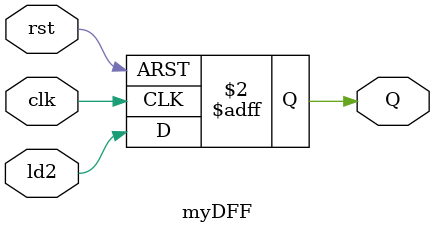
<source format=v>
/* Generated by Yosys 0.7 (git sha1 61f6811, i686-w64-mingw32.static-gcc 4.9.3 -Os) */

module DMUX(clk, serIn, dcden, d, P);
  wire [3:0] _00_;
  wire _01_;
  wire _02_;
  wire _03_;
  wire _04_;
  wire _05_;
  wire _06_;
  wire _07_;
  wire _08_;
  wire _09_;
  wire _10_;
  wire _11_;
  wire _12_;
  wire _13_;
  wire _14_;
  wire _15_;
  wire _16_;
  wire _17_;
  wire _18_;
  wire _19_;
  wire _20_;
  wire _21_;
  wire _22_;
  wire _23_;
  wire _24_;
  wire _25_;
  wire _26_;
  output [3:0] P;
  input clk;
  input [1:0] d;
  input dcden;
  input serIn;
  NOT _27_ (
    .A(_25_),
    .Y(_26_)
  );
  NOT _28_ (
    .A(_10_),
    .Y(_13_)
  );
  NOT _29_ (
    .A(_11_),
    .Y(_14_)
  );
  NOR _30_ (
    .A(_14_),
    .B(_13_),
    .Y(_15_)
  );
  NAND _31_ (
    .A(_15_),
    .B(_24_),
    .Y(_17_)
  );
  NOR _32_ (
    .A(_17_),
    .B(_26_),
    .Y(_12_)
  );
  NAND _33_ (
    .A(_11_),
    .B(_10_),
    .Y(_19_)
  );
  NOT _34_ (
    .A(_24_),
    .Y(_21_)
  );
  NAND _35_ (
    .A(_25_),
    .B(_21_),
    .Y(_22_)
  );
  NOR _36_ (
    .A(_22_),
    .B(_19_),
    .Y(_16_)
  );
  NOR _37_ (
    .A(_17_),
    .B(_25_),
    .Y(_18_)
  );
  NAND _38_ (
    .A(_26_),
    .B(_21_),
    .Y(_23_)
  );
  NOR _39_ (
    .A(_23_),
    .B(_19_),
    .Y(_20_)
  );
  DFF _40_ (
    .C(clk),
    .D(_00_[0]),
    .Q(P[0])
  );
  DFF _41_ (
    .C(clk),
    .D(_00_[1]),
    .Q(P[1])
  );
  DFF _42_ (
    .C(clk),
    .D(_00_[2]),
    .Q(P[2])
  );
  DFF _43_ (
    .C(clk),
    .D(_00_[3]),
    .Q(P[3])
  );
  assign _10_ = dcden;
  assign _11_ = serIn;
  assign _24_ = d[0];
  assign _25_ = d[1];
  assign _00_[0] = _12_;
  assign _00_[1] = _16_;
  assign _00_[2] = _18_;
  assign _00_[3] = _20_;
endmodule

module MSSD(serIn, clk, rst, d, p, outValid, error);
  wire Q;
  wire cen1;
  wire cen2;
  input clk;
  wire co1;
  wire co2;
  output [1:0] d;
  output error;
  wire init;
  wire ld1;
  wire ld2;
  wire [3:0] n;
  output outValid;
  output [0:3] p;
  input rst;
  input serIn;
  wire shen;
  myDFF Dfliplop (
    .Q(Q),
    .clk(clk),
    .ld2(ld2),
    .rst(rst)
  );
  ctrlr controlunit (
    .cen1(cen1),
    .cen2(cen2),
    .clk(clk),
    .co1(co1),
    .co2(co2),
    .error(error),
    .init(init),
    .ld1(ld1),
    .ld2(ld2),
    .n(n),
    .outValid(outValid),
    .rst(rst),
    .serIn(serIn),
    .shen(shen)
  );
  DMUX demultiplexer (
    .P(p),
    .clk(clk),
    .d(d),
    .dcden(outValid),
    .serIn(serIn)
  );
  cnt128 mod128counter (
    .Q(Q),
    .cen2(cen2),
    .clk(clk),
    .co2(co2),
    .n(n),
    .rst(rst)
  );
  cnt8 mod8counter (
    .cen1(cen1),
    .clk(clk),
    .co1(co1),
    .ld1(ld1),
    .rst(rst)
  );
  ShfReg shiftregister (
    .clk(clk),
    .d(d),
    .init(init),
    .n(n),
    .rst(rst),
    .serIn(serIn),
    .shen(shen)
  );
endmodule

module ShfReg(clk, rst, serIn, shen, init, n, d);
  wire [7:0] _00_;
  wire _01_;
  wire _02_;
  wire _03_;
  wire _04_;
  wire _05_;
  wire _06_;
  wire _07_;
  wire _08_;
  wire _09_;
  wire _10_;
  wire _11_;
  wire _12_;
  wire _13_;
  wire _14_;
  wire _15_;
  wire _16_;
  wire _17_;
  wire _18_;
  wire _19_;
  wire _20_;
  wire _21_;
  wire _22_;
  wire _23_;
  wire _24_;
  wire _25_;
  wire _26_;
  wire _27_;
  wire _28_;
  wire _29_;
  wire _30_;
  wire _31_;
  wire _32_;
  wire _33_;
  wire _34_;
  wire _35_;
  wire _36_;
  wire _37_;
  wire _38_;
  wire _39_;
  wire _40_;
  wire _41_;
  wire _42_;
  wire _43_;
  wire _44_;
  wire _45_;
  wire _46_;
  wire _47_;
  wire _48_;
  input clk;
  output [1:0] d;
  input init;
  output [3:0] n;
  wire [7:0] po3;
  input rst;
  input serIn;
  input shen;
  NOT _49_ (
    .A(_30_),
    .Y(_14_)
  );
  NOT _50_ (
    .A(_39_),
    .Y(_15_)
  );
  NOR _51_ (
    .A(_15_),
    .B(_14_),
    .Y(_17_)
  );
  NOT _52_ (
    .A(_20_),
    .Y(_19_)
  );
  NOR _53_ (
    .A(_39_),
    .B(_19_),
    .Y(_21_)
  );
  NOR _54_ (
    .A(_21_),
    .B(_17_),
    .Y(_23_)
  );
  NOR _55_ (
    .A(_23_),
    .B(_08_),
    .Y(_46_)
  );
  NOR _56_ (
    .A(_15_),
    .B(_19_),
    .Y(_24_)
  );
  NOT _57_ (
    .A(_47_),
    .Y(_25_)
  );
  NOR _58_ (
    .A(_25_),
    .B(_39_),
    .Y(_26_)
  );
  NOR _59_ (
    .A(_26_),
    .B(_24_),
    .Y(_27_)
  );
  NOR _60_ (
    .A(_27_),
    .B(_08_),
    .Y(_48_)
  );
  NOR _61_ (
    .A(_25_),
    .B(_15_),
    .Y(_28_)
  );
  NOT _62_ (
    .A(_09_),
    .Y(_29_)
  );
  NOR _63_ (
    .A(_29_),
    .B(_39_),
    .Y(_31_)
  );
  NOR _64_ (
    .A(_31_),
    .B(_28_),
    .Y(_32_)
  );
  NOR _65_ (
    .A(_32_),
    .B(_08_),
    .Y(_10_)
  );
  NOR _66_ (
    .A(_29_),
    .B(_15_),
    .Y(_33_)
  );
  NOT _67_ (
    .A(_11_),
    .Y(_34_)
  );
  NOR _68_ (
    .A(_34_),
    .B(_39_),
    .Y(_35_)
  );
  NOR _69_ (
    .A(_35_),
    .B(_33_),
    .Y(_36_)
  );
  NOR _70_ (
    .A(_36_),
    .B(_08_),
    .Y(_12_)
  );
  NOR _71_ (
    .A(_34_),
    .B(_15_),
    .Y(_37_)
  );
  NOT _72_ (
    .A(_13_),
    .Y(_38_)
  );
  NOR _73_ (
    .A(_38_),
    .B(_39_),
    .Y(_40_)
  );
  NOR _74_ (
    .A(_40_),
    .B(_37_),
    .Y(_41_)
  );
  NOR _75_ (
    .A(_41_),
    .B(_08_),
    .Y(_16_)
  );
  NOR _76_ (
    .A(_38_),
    .B(_15_),
    .Y(_42_)
  );
  NOT _77_ (
    .A(_18_),
    .Y(_43_)
  );
  NOR _78_ (
    .A(_43_),
    .B(_39_),
    .Y(_44_)
  );
  NOR _79_ (
    .A(_44_),
    .B(_42_),
    .Y(_45_)
  );
  NOR _80_ (
    .A(_45_),
    .B(_08_),
    .Y(_22_)
  );
  reg \po3_reg[0] ;
  always @(posedge clk or posedge rst)
    if (rst)
      \po3_reg[0]  <= 0;
    else
      \po3_reg[0]  <= _00_[0];
  assign po3[0] = \po3_reg[0] ;
  reg \po3_reg[1] ;
  always @(posedge clk or posedge rst)
    if (rst)
      \po3_reg[1]  <= 0;
    else
      \po3_reg[1]  <= _00_[1];
  assign po3[1] = \po3_reg[1] ;
  reg \po3_reg[2] ;
  always @(posedge clk or posedge rst)
    if (rst)
      \po3_reg[2]  <= 0;
    else
      \po3_reg[2]  <= _00_[2];
  assign po3[2] = \po3_reg[2] ;
  reg \po3_reg[3] ;
  always @(posedge clk or posedge rst)
    if (rst)
      \po3_reg[3]  <= 0;
    else
      \po3_reg[3]  <= _00_[3];
  assign po3[3] = \po3_reg[3] ;
  reg \po3_reg[4] ;
  always @(posedge clk or posedge rst)
    if (rst)
      \po3_reg[4]  <= 0;
    else
      \po3_reg[4]  <= _00_[4];
  assign po3[4] = \po3_reg[4] ;
  reg \po3_reg[5] ;
  always @(posedge clk or posedge rst)
    if (rst)
      \po3_reg[5]  <= 0;
    else
      \po3_reg[5]  <= _00_[5];
  assign po3[5] = \po3_reg[5] ;
  assign d = po3[5:4];
  assign n = po3[3:0];
  assign _08_ = init;
  assign _20_ = po3[0];
  assign _30_ = serIn;
  assign _39_ = shen;
  assign _00_[0] = _46_;
  assign _47_ = po3[1];
  assign _00_[1] = _48_;
  assign _09_ = po3[2];
  assign _00_[2] = _10_;
  assign _11_ = po3[3];
  assign _00_[3] = _12_;
  assign _13_ = po3[4];
  assign _00_[4] = _16_;
  assign _18_ = po3[5];
  assign _00_[5] = _22_;
endmodule

module cnt128(clk, rst, cen2, Q, n, co2);
  wire [6:0] _000_;
  wire _001_;
  wire _002_;
  wire _003_;
  wire _004_;
  wire _005_;
  wire _006_;
  wire _007_;
  wire _008_;
  wire _009_;
  wire _010_;
  wire _011_;
  wire _012_;
  wire _013_;
  wire _014_;
  wire _015_;
  wire _016_;
  wire _017_;
  wire _018_;
  wire _019_;
  wire _020_;
  wire _021_;
  wire _022_;
  wire _023_;
  wire _024_;
  wire _025_;
  wire _026_;
  wire _027_;
  wire _028_;
  wire _029_;
  wire _030_;
  wire _031_;
  wire _032_;
  wire _033_;
  wire _034_;
  wire _035_;
  wire _036_;
  wire _037_;
  wire _038_;
  wire _039_;
  wire _040_;
  wire _041_;
  wire _042_;
  wire _043_;
  wire _044_;
  wire _045_;
  wire _046_;
  wire _047_;
  wire _048_;
  wire _049_;
  wire _050_;
  wire _051_;
  wire _052_;
  wire _053_;
  wire _054_;
  wire _055_;
  wire _056_;
  wire _057_;
  wire _058_;
  wire _059_;
  wire _060_;
  wire _061_;
  wire _062_;
  wire _063_;
  wire _064_;
  wire _065_;
  wire _066_;
  wire _067_;
  wire _068_;
  wire _069_;
  wire _070_;
  wire _071_;
  wire _072_;
  wire _073_;
  wire _074_;
  wire _075_;
  wire _076_;
  wire _077_;
  wire _078_;
  wire _079_;
  wire _080_;
  wire _081_;
  wire _082_;
  wire _083_;
  wire _084_;
  wire _085_;
  wire _086_;
  wire _087_;
  wire _088_;
  wire _089_;
  wire _090_;
  wire _091_;
  wire _092_;
  wire _093_;
  wire _094_;
  wire _095_;
  wire _096_;
  wire _097_;
  wire _098_;
  wire _099_;
  wire _100_;
  wire _101_;
  wire _102_;
  wire _103_;
  wire _104_;
  wire _105_;
  wire _106_;
  wire _107_;
  wire _108_;
  wire _109_;
  wire _110_;
  input Q;
  input cen2;
  input clk;
  output co2;
  input [3:0] n;
  reg [6:0] po2;
  input rst;
  NOT _111_ (
    .A(_106_),
    .Y(_043_)
  );
  NOT _112_ (
    .A(_038_),
    .Y(_044_)
  );
  NOT _113_ (
    .A(_036_),
    .Y(_045_)
  );
  NOT _114_ (
    .A(_052_),
    .Y(_046_)
  );
  NOT _115_ (
    .A(_065_),
    .Y(_048_)
  );
  NOR _116_ (
    .A(_048_),
    .B(_046_),
    .Y(_049_)
  );
  NAND _117_ (
    .A(_049_),
    .B(_035_),
    .Y(_050_)
  );
  NOR _118_ (
    .A(_050_),
    .B(_045_),
    .Y(_051_)
  );
  NAND _119_ (
    .A(_051_),
    .B(_037_),
    .Y(_054_)
  );
  NOR _120_ (
    .A(_054_),
    .B(_044_),
    .Y(_056_)
  );
  NAND _121_ (
    .A(_056_),
    .B(_096_),
    .Y(_057_)
  );
  NOR _122_ (
    .A(_057_),
    .B(_043_),
    .Y(_039_)
  );
  NOR _123_ (
    .A(_065_),
    .B(_052_),
    .Y(_058_)
  );
  NOT _124_ (
    .A(_040_),
    .Y(_059_)
  );
  NAND _125_ (
    .A(_065_),
    .B(_052_),
    .Y(_061_)
  );
  NAND _126_ (
    .A(_061_),
    .B(_059_),
    .Y(_062_)
  );
  NOR _127_ (
    .A(_062_),
    .B(_058_),
    .Y(_041_)
  );
  NOT _128_ (
    .A(_035_),
    .Y(_064_)
  );
  NOR _129_ (
    .A(_061_),
    .B(_064_),
    .Y(_066_)
  );
  NAND _130_ (
    .A(_061_),
    .B(_064_),
    .Y(_067_)
  );
  NAND _131_ (
    .A(_067_),
    .B(_059_),
    .Y(_068_)
  );
  NOR _132_ (
    .A(_068_),
    .B(_066_),
    .Y(_042_)
  );
  NOR _133_ (
    .A(_066_),
    .B(_036_),
    .Y(_070_)
  );
  NAND _134_ (
    .A(_066_),
    .B(_036_),
    .Y(_071_)
  );
  NAND _135_ (
    .A(_071_),
    .B(_059_),
    .Y(_073_)
  );
  NOR _136_ (
    .A(_073_),
    .B(_070_),
    .Y(_047_)
  );
  NOT _137_ (
    .A(_037_),
    .Y(_074_)
  );
  NOR _138_ (
    .A(_071_),
    .B(_074_),
    .Y(_075_)
  );
  NOR _139_ (
    .A(_051_),
    .B(_037_),
    .Y(_076_)
  );
  NOR _140_ (
    .A(_076_),
    .B(_075_),
    .Y(_077_)
  );
  NOR _141_ (
    .A(_077_),
    .B(_040_),
    .Y(_079_)
  );
  NOR _142_ (
    .A(_053_),
    .B(_059_),
    .Y(_080_)
  );
  NOR _143_ (
    .A(_080_),
    .B(_079_),
    .Y(_055_)
  );
  NAND _144_ (
    .A(_075_),
    .B(_038_),
    .Y(_082_)
  );
  NOR _145_ (
    .A(_075_),
    .B(_038_),
    .Y(_083_)
  );
  NOR _146_ (
    .A(_083_),
    .B(_040_),
    .Y(_084_)
  );
  NAND _147_ (
    .A(_084_),
    .B(_082_),
    .Y(_085_)
  );
  NAND _148_ (
    .A(_060_),
    .B(_053_),
    .Y(_086_)
  );
  NOR _149_ (
    .A(_060_),
    .B(_053_),
    .Y(_087_)
  );
  NOR _150_ (
    .A(_087_),
    .B(_059_),
    .Y(_088_)
  );
  NAND _151_ (
    .A(_088_),
    .B(_086_),
    .Y(_089_)
  );
  NAND _152_ (
    .A(_089_),
    .B(_085_),
    .Y(_063_)
  );
  NOT _153_ (
    .A(_069_),
    .Y(_090_)
  );
  NOR _154_ (
    .A(_087_),
    .B(_090_),
    .Y(_091_)
  );
  NAND _155_ (
    .A(_087_),
    .B(_090_),
    .Y(_092_)
  );
  NOT _156_ (
    .A(_092_),
    .Y(_093_)
  );
  NOR _157_ (
    .A(_093_),
    .B(_091_),
    .Y(_094_)
  );
  NOR _158_ (
    .A(_094_),
    .B(_059_),
    .Y(_095_)
  );
  NOT _159_ (
    .A(_096_),
    .Y(_097_)
  );
  NOR _160_ (
    .A(_082_),
    .B(_097_),
    .Y(_098_)
  );
  NOR _161_ (
    .A(_056_),
    .B(_096_),
    .Y(_099_)
  );
  NOR _162_ (
    .A(_099_),
    .B(_098_),
    .Y(_100_)
  );
  NOR _163_ (
    .A(_100_),
    .B(_040_),
    .Y(_101_)
  );
  NOR _164_ (
    .A(_101_),
    .B(_095_),
    .Y(_072_)
  );
  NOT _165_ (
    .A(_078_),
    .Y(_102_)
  );
  NAND _166_ (
    .A(_092_),
    .B(_102_),
    .Y(_103_)
  );
  NAND _167_ (
    .A(_093_),
    .B(_078_),
    .Y(_104_)
  );
  NAND _168_ (
    .A(_104_),
    .B(_103_),
    .Y(_105_)
  );
  NAND _169_ (
    .A(_105_),
    .B(_040_),
    .Y(_107_)
  );
  NAND _170_ (
    .A(_057_),
    .B(_043_),
    .Y(_108_)
  );
  NOR _171_ (
    .A(_039_),
    .B(_040_),
    .Y(_109_)
  );
  NAND _172_ (
    .A(_109_),
    .B(_108_),
    .Y(_110_)
  );
  NAND _173_ (
    .A(_110_),
    .B(_107_),
    .Y(_081_)
  );
  always @(posedge clk or posedge rst)
    if (rst)
      po2[0] <= 0;
    else
      po2[0] <= _000_[0];
  always @(posedge clk or posedge rst)
    if (rst)
      po2[1] <= 0;
    else
      po2[1] <= _000_[1];
  always @(posedge clk or posedge rst)
    if (rst)
      po2[2] <= 0;
    else
      po2[2] <= _000_[2];
  always @(posedge clk or posedge rst)
    if (rst)
      po2[3] <= 0;
    else
      po2[3] <= _000_[3];
  always @(posedge clk or posedge rst)
    if (rst)
      po2[4] <= 0;
    else
      po2[4] <= _000_[4];
  always @(posedge clk or posedge rst)
    if (rst)
      po2[5] <= 0;
    else
      po2[5] <= _000_[5];
  always @(posedge clk or posedge rst)
    if (rst)
      po2[6] <= 0;
    else
      po2[6] <= _000_[6];
  assign _035_ = po2[1];
  assign _036_ = po2[2];
  assign _052_ = cen2;
  assign _065_ = po2[0];
  assign _096_ = po2[5];
  assign _106_ = po2[6];
  assign _037_ = po2[3];
  assign _038_ = po2[4];
  assign co2 = _039_;
  assign _040_ = Q;
  assign _000_[0] = _041_;
  assign _000_[1] = _042_;
  assign _000_[2] = _047_;
  assign _053_ = n[0];
  assign _000_[3] = _055_;
  assign _060_ = n[1];
  assign _000_[4] = _063_;
  assign _069_ = n[2];
  assign _000_[5] = _072_;
  assign _078_ = n[3];
  assign _000_[6] = _081_;
endmodule

module cnt8(clk, rst, cen1, ld1, co1);
  wire [2:0] _00_;
  wire _01_;
  wire _02_;
  wire _03_;
  wire _04_;
  wire _05_;
  wire _06_;
  wire _07_;
  wire _08_;
  wire _09_;
  wire _10_;
  wire _11_;
  wire _12_;
  wire _13_;
  wire _14_;
  wire _15_;
  wire _16_;
  wire _17_;
  wire _18_;
  wire _19_;
  wire _20_;
  wire _21_;
  wire _22_;
  wire _23_;
  wire _24_;
  wire _25_;
  wire _26_;
  wire _27_;
  wire _28_;
  wire _29_;
  wire _30_;
  wire _31_;
  wire _32_;
  wire _33_;
  input cen1;
  input clk;
  output co1;
  input ld1;
  reg [2:0] po1;
  input rst;
  NOT _34_ (
    .A(_10_),
    .Y(_12_)
  );
  NAND _35_ (
    .A(_30_),
    .B(_29_),
    .Y(_13_)
  );
  NOR _36_ (
    .A(_13_),
    .B(_12_),
    .Y(_15_)
  );
  NAND _37_ (
    .A(_15_),
    .B(_11_),
    .Y(_16_)
  );
  NOT _38_ (
    .A(_16_),
    .Y(_31_)
  );
  NOR _39_ (
    .A(_30_),
    .B(_29_),
    .Y(_17_)
  );
  NOT _40_ (
    .A(_32_),
    .Y(_18_)
  );
  NAND _41_ (
    .A(_13_),
    .B(_18_),
    .Y(_20_)
  );
  NOR _42_ (
    .A(_20_),
    .B(_17_),
    .Y(_33_)
  );
  NOT _43_ (
    .A(_29_),
    .Y(_21_)
  );
  NOT _44_ (
    .A(_30_),
    .Y(_22_)
  );
  NOR _45_ (
    .A(_22_),
    .B(_21_),
    .Y(_23_)
  );
  NAND _46_ (
    .A(_23_),
    .B(_10_),
    .Y(_24_)
  );
  NAND _47_ (
    .A(_13_),
    .B(_12_),
    .Y(_25_)
  );
  NAND _48_ (
    .A(_25_),
    .B(_24_),
    .Y(_26_)
  );
  NAND _49_ (
    .A(_26_),
    .B(_18_),
    .Y(_14_)
  );
  NOR _50_ (
    .A(_15_),
    .B(_11_),
    .Y(_27_)
  );
  NAND _51_ (
    .A(_16_),
    .B(_18_),
    .Y(_28_)
  );
  NOR _52_ (
    .A(_28_),
    .B(_27_),
    .Y(_19_)
  );
  always @(posedge clk or posedge rst)
    if (rst)
      po1[0] <= 0;
    else
      po1[0] <= _00_[0];
  always @(posedge clk or posedge rst)
    if (rst)
      po1[1] <= 0;
    else
      po1[1] <= _00_[1];
  always @(posedge clk or posedge rst)
    if (rst)
      po1[2] <= 0;
    else
      po1[2] <= _00_[2];
  assign _10_ = po1[1];
  assign _11_ = po1[2];
  assign _29_ = cen1;
  assign _30_ = po1[0];
  assign co1 = _31_;
  assign _32_ = ld1;
  assign _00_[0] = _33_;
  assign _00_[1] = _14_;
  assign _00_[2] = _19_;
endmodule

module ctrlr(clk, rst, serIn, co1, co2, n, error, outValid, init, shen, ld1, ld2, cen1, cen2);
  wire _00_;
  wire _01_;
  wire _02_;
  wire _03_;
  wire _04_;
  wire _05_;
  wire _06_;
  wire _07_;
  wire _08_;
  wire _09_;
  wire _10_;
  wire _11_;
  wire _12_;
  wire _13_;
  wire _14_;
  wire _15_;
  wire _16_;
  wire _17_;
  wire _18_;
  wire _19_;
  wire _20_;
  wire _21_;
  wire _22_;
  wire _23_;
  wire _24_;
  wire _25_;
  wire _26_;
  wire _27_;
  wire _28_;
  wire _29_;
  wire _30_;
  wire _31_;
  wire _32_;
  wire _33_;
  wire _34_;
  wire _35_;
  output cen1;
  output cen2;
  input clk;
  input co1;
  input co2;
  output error;
  output init;
  output ld1;
  output ld2;
  input [3:0] n;
  wire [2:0] n_state;
  output outValid;
  wire [2:0] p_state;
  input rst;
  input serIn;
  output shen;
  NOT _36_ (
    .A(_12_),
    .Y(_15_)
  );
  NOT _37_ (
    .A(_13_),
    .Y(_16_)
  );
  NOR _38_ (
    .A(_16_),
    .B(_15_),
    .Y(_21_)
  );
  NOR _39_ (
    .A(_13_),
    .B(_15_),
    .Y(_32_)
  );
  NOR _40_ (
    .A(_16_),
    .B(_12_),
    .Y(_33_)
  );
  NOR _41_ (
    .A(_13_),
    .B(_12_),
    .Y(_34_)
  );
  NOT _42_ (
    .A(_17_),
    .Y(_18_)
  );
  NAND _43_ (
    .A(_33_),
    .B(_18_),
    .Y(_20_)
  );
  NOT _44_ (
    .A(_14_),
    .Y(_22_)
  );
  NAND _45_ (
    .A(_32_),
    .B(_22_),
    .Y(_23_)
  );
  NOR _46_ (
    .A(_33_),
    .B(_35_),
    .Y(_25_)
  );
  NAND _47_ (
    .A(_25_),
    .B(_23_),
    .Y(_26_)
  );
  NAND _48_ (
    .A(_26_),
    .B(_20_),
    .Y(_19_)
  );
  NAND _49_ (
    .A(_33_),
    .B(_17_),
    .Y(_27_)
  );
  NAND _50_ (
    .A(_22_),
    .B(_16_),
    .Y(_28_)
  );
  NOR _51_ (
    .A(_28_),
    .B(_15_),
    .Y(_29_)
  );
  NOR _52_ (
    .A(_35_),
    .B(_15_),
    .Y(_30_)
  );
  NOR _53_ (
    .A(_30_),
    .B(_29_),
    .Y(_31_)
  );
  NAND _54_ (
    .A(_31_),
    .B(_27_),
    .Y(_24_)
  );
  reg \p_state_reg[0] ;
  always @(posedge clk or posedge rst)
    if (rst)
      \p_state_reg[0]  <= 0;
    else
      \p_state_reg[0]  <= n_state[0];
  assign p_state[0] = \p_state_reg[0] ;
  reg \p_state_reg[1] ;
  always @(posedge clk or posedge rst)
    if (rst)
      \p_state_reg[1]  <= 0;
    else
      \p_state_reg[1]  <= n_state[1];
  assign p_state[1] = \p_state_reg[1] ;
  assign ld1 = init;
  assign ld2 = cen1;
  assign n_state[2] = 1'b0;
  assign outValid = cen2;
  assign p_state[2] = 1'b0;
  assign shen = cen1;
  assign _12_ = p_state[1];
  assign _13_ = p_state[0];
  assign error = _21_;
  assign cen2 = _32_;
  assign cen1 = _33_;
  assign init = _34_;
  assign _35_ = serIn;
  assign _14_ = co2;
  assign _17_ = co1;
  assign n_state[0] = _19_;
  assign n_state[1] = _24_;
endmodule

module myDFF(clk, rst, ld2, Q);
  output Q;
  reg Q;
  input clk;
  input ld2;
  input rst;
  always @(posedge clk or posedge rst)
    if (rst)
      Q <= 0;
    else
      Q <= ld2;
endmodule

</source>
